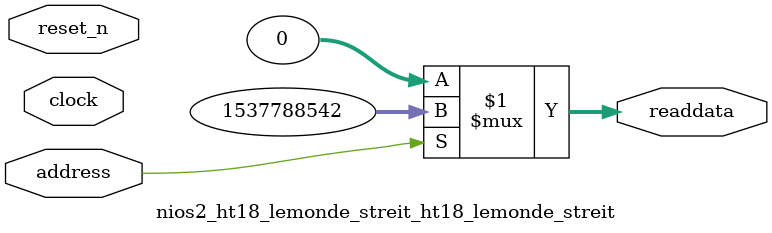
<source format=v>

`timescale 1ns / 1ps
// synthesis translate_on

// turn off superfluous verilog processor warnings 
// altera message_level Level1 
// altera message_off 10034 10035 10036 10037 10230 10240 10030 

module nios2_ht18_lemonde_streit_ht18_lemonde_streit (
               // inputs:
                address,
                clock,
                reset_n,

               // outputs:
                readdata
             )
;

  output  [ 31: 0] readdata;
  input            address;
  input            clock;
  input            reset_n;

  wire    [ 31: 0] readdata;
  //control_slave, which is an e_avalon_slave
  assign readdata = address ? 1537788542 : 0;

endmodule




</source>
